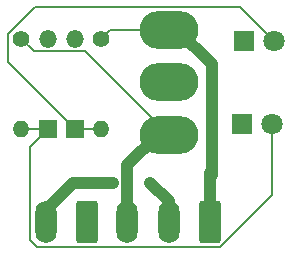
<source format=gbr>
%TF.GenerationSoftware,KiCad,Pcbnew,8.0.8*%
%TF.CreationDate,2025-02-01T23:36:58+01:00*%
%TF.ProjectId,pointControlPulse,706f696e-7443-46f6-9e74-726f6c50756c,rev?*%
%TF.SameCoordinates,Original*%
%TF.FileFunction,Copper,L1,Top*%
%TF.FilePolarity,Positive*%
%FSLAX46Y46*%
G04 Gerber Fmt 4.6, Leading zero omitted, Abs format (unit mm)*
G04 Created by KiCad (PCBNEW 8.0.8) date 2025-02-01 23:36:58*
%MOMM*%
%LPD*%
G01*
G04 APERTURE LIST*
G04 Aperture macros list*
%AMRoundRect*
0 Rectangle with rounded corners*
0 $1 Rounding radius*
0 $2 $3 $4 $5 $6 $7 $8 $9 X,Y pos of 4 corners*
0 Add a 4 corners polygon primitive as box body*
4,1,4,$2,$3,$4,$5,$6,$7,$8,$9,$2,$3,0*
0 Add four circle primitives for the rounded corners*
1,1,$1+$1,$2,$3*
1,1,$1+$1,$4,$5*
1,1,$1+$1,$6,$7*
1,1,$1+$1,$8,$9*
0 Add four rect primitives between the rounded corners*
20,1,$1+$1,$2,$3,$4,$5,0*
20,1,$1+$1,$4,$5,$6,$7,0*
20,1,$1+$1,$6,$7,$8,$9,0*
20,1,$1+$1,$8,$9,$2,$3,0*%
G04 Aperture macros list end*
%TA.AperFunction,ComponentPad*%
%ADD10R,1.500000X1.500000*%
%TD*%
%TA.AperFunction,ComponentPad*%
%ADD11O,1.500000X1.500000*%
%TD*%
%TA.AperFunction,ComponentPad*%
%ADD12R,1.800000X1.800000*%
%TD*%
%TA.AperFunction,ComponentPad*%
%ADD13C,1.800000*%
%TD*%
%TA.AperFunction,ComponentPad*%
%ADD14O,5.000000X3.200000*%
%TD*%
%TA.AperFunction,ComponentPad*%
%ADD15C,1.400000*%
%TD*%
%TA.AperFunction,ComponentPad*%
%ADD16O,1.400000X1.400000*%
%TD*%
%TA.AperFunction,ComponentPad*%
%ADD17RoundRect,0.250000X0.650000X1.550000X-0.650000X1.550000X-0.650000X-1.550000X0.650000X-1.550000X0*%
%TD*%
%TA.AperFunction,ComponentPad*%
%ADD18O,1.800000X3.600000*%
%TD*%
%TA.AperFunction,ViaPad*%
%ADD19C,0.800000*%
%TD*%
%TA.AperFunction,Conductor*%
%ADD20C,0.200000*%
%TD*%
%TA.AperFunction,Conductor*%
%ADD21C,1.000000*%
%TD*%
G04 APERTURE END LIST*
D10*
%TO.P,D8,1,K*%
%TO.N,Net-(D6-A)*%
X156591000Y-107447000D03*
D11*
%TO.P,D8,2,A*%
%TO.N,GND*%
X156591000Y-99827000D03*
%TD*%
D10*
%TO.P,D1,1,K*%
%TO.N,Net-(D1-K)*%
X154305000Y-107447000D03*
D11*
%TO.P,D1,2,A*%
%TO.N,GND*%
X154305000Y-99827000D03*
%TD*%
D12*
%TO.P,D3,1,K*%
%TO.N,GND*%
X170725000Y-107000000D03*
D13*
%TO.P,D3,2,A*%
%TO.N,Net-(D1-K)*%
X173265000Y-107000000D03*
%TD*%
D14*
%TO.P,SW1,1,A*%
%TO.N,/coil L*%
X164500000Y-107950000D03*
%TO.P,SW1,2,B*%
%TO.N,GND*%
X164500000Y-103500000D03*
%TO.P,SW1,3,C*%
%TO.N,/coil R*%
X164500000Y-99050000D03*
%TD*%
D12*
%TO.P,D6,1,K*%
%TO.N,GND*%
X170850000Y-100000000D03*
D13*
%TO.P,D6,2,A*%
%TO.N,Net-(D6-A)*%
X173390000Y-100000000D03*
%TD*%
D15*
%TO.P,R2,1*%
%TO.N,/coil R*%
X158750000Y-99822000D03*
D16*
%TO.P,R2,2*%
%TO.N,Net-(D6-A)*%
X158750000Y-107442000D03*
%TD*%
D15*
%TO.P,R1,1*%
%TO.N,/coil L*%
X152019000Y-99822000D03*
D16*
%TO.P,R1,2*%
%TO.N,Net-(D1-K)*%
X152019000Y-107442000D03*
%TD*%
D17*
%TO.P,J3,1,Pin_1*%
%TO.N,GND*%
X157607000Y-115323500D03*
D18*
%TO.P,J3,2,Pin_2*%
%TO.N,VCC*%
X154107000Y-115323500D03*
%TD*%
D17*
%TO.P,J2,1,Pin_1*%
%TO.N,/coil R*%
X168000000Y-115316000D03*
D18*
%TO.P,J2,2,Pin_2*%
%TO.N,VCC*%
X164500000Y-115316000D03*
%TO.P,J2,3,Pin_3*%
%TO.N,/coil L*%
X161000000Y-115316000D03*
%TD*%
D19*
%TO.N,VCC*%
X159800000Y-112014000D03*
X162941000Y-112014000D03*
%TD*%
D20*
%TO.N,Net-(D1-K)*%
X152781000Y-108971000D02*
X154305000Y-107447000D01*
X152019000Y-107442000D02*
X154300000Y-107442000D01*
X168877244Y-117423500D02*
X153364500Y-117423500D01*
X153364500Y-117423500D02*
X152781000Y-116840000D01*
X173265000Y-107000000D02*
X173265000Y-113035744D01*
X173265000Y-113035744D02*
X168877244Y-117423500D01*
X152781000Y-116840000D02*
X152781000Y-108971000D01*
X154300000Y-107442000D02*
X154305000Y-107447000D01*
D21*
%TO.N,VCC*%
X154107000Y-115323500D02*
X154107000Y-114323500D01*
X164500000Y-113573000D02*
X162941000Y-112014000D01*
X154107000Y-114323500D02*
X156416500Y-112014000D01*
X156416500Y-112014000D02*
X159800000Y-112014000D01*
X164500000Y-115316000D02*
X164500000Y-113573000D01*
D20*
%TO.N,Net-(D6-A)*%
X158745000Y-107447000D02*
X158750000Y-107442000D01*
X173390000Y-100000000D02*
X170540000Y-97150000D01*
X150900000Y-99441000D02*
X150900000Y-101756000D01*
X153191000Y-97150000D02*
X150900000Y-99441000D01*
X170540000Y-97150000D02*
X153191000Y-97150000D01*
X156591000Y-107447000D02*
X158745000Y-107447000D01*
X150900000Y-101756000D02*
X156591000Y-107447000D01*
%TO.N,/coil L*%
X157427000Y-100877000D02*
X164500000Y-107950000D01*
D21*
X161000000Y-115316000D02*
X161000000Y-110500000D01*
X161000000Y-110500000D02*
X163550000Y-107950000D01*
X163550000Y-107950000D02*
X164500000Y-107950000D01*
D20*
X153074000Y-100877000D02*
X157427000Y-100877000D01*
X152019000Y-99822000D02*
X153074000Y-100877000D01*
D21*
%TO.N,/coil R*%
X168148000Y-111000000D02*
X168000000Y-111148000D01*
X168000000Y-111148000D02*
X168000000Y-115316000D01*
X168148000Y-111000000D02*
X168148000Y-111379000D01*
D20*
X159522000Y-99050000D02*
X158750000Y-99822000D01*
X164500000Y-99050000D02*
X159522000Y-99050000D01*
D21*
X168148000Y-101981000D02*
X168148000Y-111000000D01*
X165217000Y-99050000D02*
X168148000Y-101981000D01*
X164500000Y-99050000D02*
X165217000Y-99050000D01*
%TD*%
M02*

</source>
